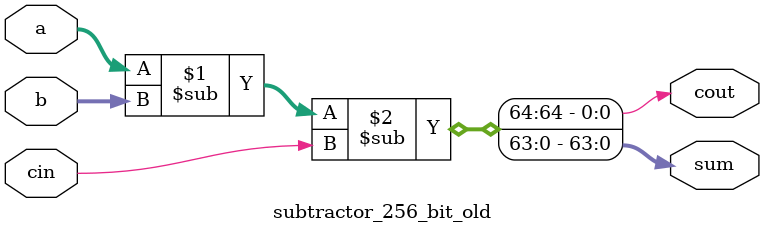
<source format=v>
`timescale 1ns / 1ps


module subtractor_256_bit_old(a,b,cin,sum,cout);
parameter w=64;
input [w-1:0] a,b;
input cin;
output [w-1:0] sum;
output cout;

assign {cout,sum}=a-b-cin;

endmodule
</source>
